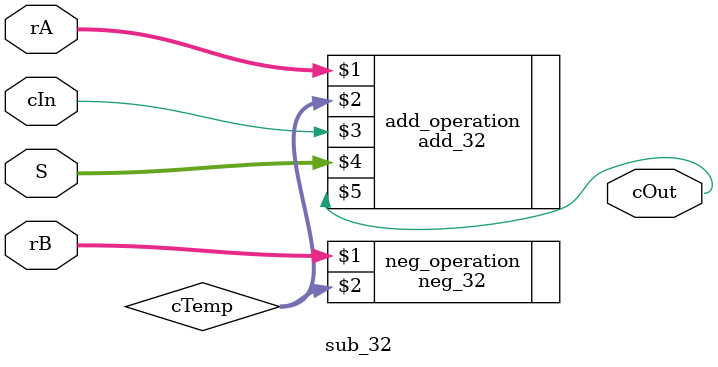
<source format=v>

`timescale 1ns/10ps

module sub_32(
	input wire [31:0] rA, rB,
	input wire cIn,
	input wire [31:0] S,
	output wire cOut
	);
	
	wire [31:0] cTemp;
	
	neg_32 neg_operation(rB, cTemp);
	add_32 add_operation(rA, cTemp, cIn, S, cOut);
	
endmodule 
</source>
